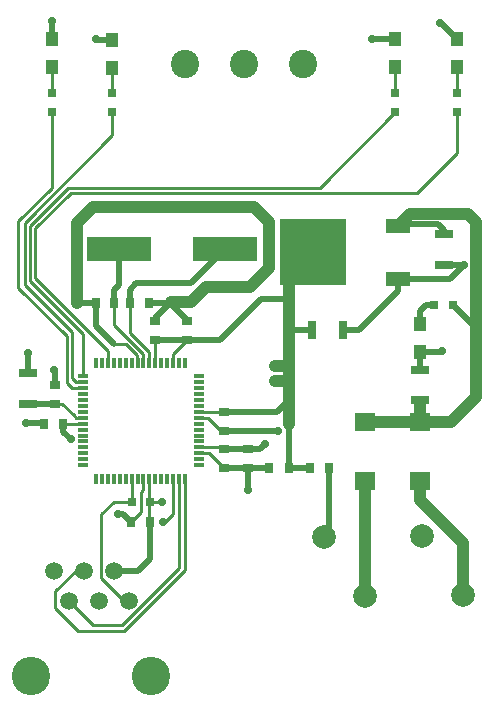
<source format=gtl>
%FSLAX44Y44*%
%MOMM*%
G71*
G01*
G75*
G04 Layer_Physical_Order=1*
G04 Layer_Color=13311*
%ADD10R,0.9000X0.8000*%
%ADD11R,0.8000X0.9000*%
%ADD12R,1.5000X0.8000*%
%ADD13R,0.8000X1.5000*%
%ADD14R,1.6800X1.5600*%
%ADD15R,0.7000X0.9500*%
%ADD16R,0.8000X0.8000*%
%ADD17R,0.8000X0.8000*%
%ADD18R,5.6000X5.6000*%
%ADD19R,2.0000X1.2000*%
%ADD20R,5.5000X2.0000*%
%ADD21R,0.8500X0.3000*%
%ADD22R,0.3000X0.8500*%
%ADD23R,1.1000X1.2500*%
%ADD24C,1.0000*%
%ADD25C,0.5080*%
%ADD26C,0.2540*%
%ADD27C,0.5000*%
%ADD28C,2.0000*%
%ADD29C,3.2500*%
%ADD30C,1.5000*%
%ADD31C,2.4000*%
%ADD32C,0.7000*%
%ADD33C,0.7100*%
D10*
X126500Y307000D02*
D03*
Y323000D02*
D03*
X185250Y246250D02*
D03*
Y230250D02*
D03*
X153500Y307000D02*
D03*
Y323000D02*
D03*
X185250Y198750D02*
D03*
Y214750D02*
D03*
X41750Y253250D02*
D03*
Y269250D02*
D03*
X205000Y198750D02*
D03*
Y214750D02*
D03*
D11*
X122250Y153000D02*
D03*
X106250D02*
D03*
X49000Y236250D02*
D03*
X33000D02*
D03*
X121250Y338500D02*
D03*
X105250D02*
D03*
X76250D02*
D03*
X92250D02*
D03*
X258000Y198750D02*
D03*
X274000D02*
D03*
D12*
X19250Y279250D02*
D03*
X19250Y253250D02*
D03*
X351000Y282000D02*
D03*
X351000Y256000D02*
D03*
X371000Y371000D02*
D03*
X371000Y397000D02*
D03*
D13*
X285500Y315750D02*
D03*
X259500Y315750D02*
D03*
D14*
X351000Y187750D02*
D03*
Y237750D02*
D03*
X304250Y187750D02*
D03*
Y237750D02*
D03*
D15*
X240000Y198750D02*
D03*
X223500D02*
D03*
D16*
X382270Y500000D02*
D03*
Y516000D02*
D03*
X330200Y500000D02*
D03*
Y516000D02*
D03*
X90170Y500000D02*
D03*
Y516000D02*
D03*
X39370Y500000D02*
D03*
Y516000D02*
D03*
D17*
X122750Y170250D02*
D03*
X106750D02*
D03*
X378500Y337000D02*
D03*
X362500D02*
D03*
D18*
X260250Y381250D02*
D03*
D19*
X332250Y403750D02*
D03*
Y358750D02*
D03*
D20*
X186250Y384500D02*
D03*
X96250D02*
D03*
D21*
X65300Y201260D02*
D03*
Y206260D02*
D03*
Y211260D02*
D03*
Y216260D02*
D03*
Y221260D02*
D03*
Y226260D02*
D03*
Y231260D02*
D03*
Y236260D02*
D03*
Y241260D02*
D03*
Y246260D02*
D03*
Y251260D02*
D03*
Y256260D02*
D03*
Y261260D02*
D03*
Y266260D02*
D03*
Y271260D02*
D03*
Y276260D02*
D03*
X163800D02*
D03*
Y271260D02*
D03*
Y266260D02*
D03*
Y261260D02*
D03*
Y256260D02*
D03*
Y251260D02*
D03*
Y246260D02*
D03*
Y241260D02*
D03*
Y236260D02*
D03*
Y231260D02*
D03*
Y226260D02*
D03*
Y221260D02*
D03*
Y216260D02*
D03*
Y211260D02*
D03*
Y206260D02*
D03*
Y201260D02*
D03*
D22*
X76800Y287760D02*
D03*
X81800Y287760D02*
D03*
X86800D02*
D03*
X91800D02*
D03*
X96800D02*
D03*
X101800D02*
D03*
X106800D02*
D03*
X111800D02*
D03*
X116800D02*
D03*
X121800D02*
D03*
X126800D02*
D03*
X131800D02*
D03*
X136800D02*
D03*
X141800D02*
D03*
X146800D02*
D03*
X151800D02*
D03*
X151800Y189760D02*
D03*
X146800D02*
D03*
X141800D02*
D03*
X136800D02*
D03*
X131800D02*
D03*
X126800D02*
D03*
X121800D02*
D03*
X116800D02*
D03*
X111800D02*
D03*
X106800D02*
D03*
X101800D02*
D03*
X96800D02*
D03*
X91800D02*
D03*
X86800D02*
D03*
X81800D02*
D03*
X76800D02*
D03*
D23*
X351000Y297250D02*
D03*
X351000Y320750D02*
D03*
X39370Y538160D02*
D03*
X39370Y561660D02*
D03*
X90170Y561280D02*
D03*
X90170Y537780D02*
D03*
X330200Y538160D02*
D03*
X330200Y561660D02*
D03*
X382270D02*
D03*
X382270Y538160D02*
D03*
D24*
X60250Y338750D02*
Y406000D01*
X74250Y420000D01*
X210500D01*
X223250Y407250D01*
Y368000D02*
Y407250D01*
X207000Y351750D02*
X223250Y368000D01*
X170000Y351750D02*
X207000D01*
X157500Y339250D02*
X170000Y351750D01*
X140250Y339250D02*
X157500D01*
X240000Y330500D02*
Y361000D01*
Y314500D02*
Y330500D01*
Y299250D02*
Y314500D01*
X228250Y285000D02*
X239000D01*
X240000Y284000D02*
Y299250D01*
X228250Y272750D02*
X239750D01*
X240000Y256500D02*
Y273000D01*
Y284000D01*
X304250Y90750D02*
Y187750D01*
Y90750D02*
X304750Y90250D01*
X351000Y171500D02*
X387500Y135000D01*
Y91000D02*
Y135000D01*
X351000Y171500D02*
Y187750D01*
X304250Y237750D02*
X351000D01*
Y252500D01*
Y237750D02*
X377250D01*
X398500Y259000D01*
X391500Y413750D02*
X398500Y406750D01*
X342250Y413750D02*
X391500D01*
X332250Y403750D02*
X342250Y413750D01*
X240000Y236250D02*
Y256500D01*
X398500Y259000D02*
Y318250D01*
Y406750D01*
D25*
X60250Y338750D02*
X60500Y338500D01*
X76250D01*
X139500D02*
X153500Y324500D01*
Y323000D02*
Y324500D01*
X229750Y246250D02*
X240000Y256500D01*
X185250Y246250D02*
X229750D01*
X240000Y361000D02*
X260250Y381250D01*
X126500Y307000D02*
X153500D01*
X241750Y315750D02*
X259500D01*
X185240Y246260D02*
X185250Y246250D01*
X185260Y246260D01*
X240000Y198750D02*
X258000D01*
X274000Y144500D02*
Y198750D01*
X17500Y236500D02*
X32750D01*
X41750Y269250D02*
Y281250D01*
X371250Y370750D02*
X388000D01*
X351000Y282000D02*
Y297250D01*
X369250D01*
X19250Y253250D02*
X41750D01*
X39370Y561660D02*
Y577130D01*
X76970Y561280D02*
X90170D01*
X368430Y575500D02*
X382270Y561660D01*
X310250Y562000D02*
X329860D01*
X99750Y159500D02*
X106250Y153000D01*
X95250Y159500D02*
X99750D01*
X19250Y279250D02*
Y295500D01*
X185250Y198750D02*
X205000D01*
X223500D01*
X205000Y180500D02*
Y198750D01*
X240000D02*
Y236250D01*
X185750Y229750D02*
X230750D01*
X215500Y214750D02*
X219750Y219000D01*
X205000Y214750D02*
X215500D01*
X185250D02*
X205000D01*
X76250Y319250D02*
Y338500D01*
Y319250D02*
X91750Y303750D01*
X126500Y325500D02*
X139500Y338500D01*
X121250D02*
X139500D01*
X96250Y353750D02*
Y384500D01*
X92250Y349750D02*
X96250Y353750D01*
X92250Y338500D02*
Y349750D01*
X105250Y338500D02*
Y349500D01*
X110750Y355000D01*
X156750D01*
X186250Y384500D01*
X49000Y229514D02*
Y236250D01*
Y229514D02*
X55503Y223011D01*
X332250Y358750D02*
X376000D01*
X388000Y370750D01*
X285500Y315750D02*
X299500D01*
X332250Y348500D01*
Y358750D01*
X378500Y337000D02*
X397250Y318250D01*
X398500D01*
X371000Y397000D02*
Y400250D01*
X332250Y403750D02*
X333750Y405250D01*
X366000D01*
X371000Y400250D01*
X351000Y320750D02*
Y331750D01*
X356250Y337000D01*
X362500D01*
X153500Y307000D02*
X181250D01*
X216000Y341750D01*
X239250D01*
D26*
X90170Y480499D02*
Y500000D01*
X16130Y406460D02*
X90170Y480499D01*
X16130Y353870D02*
Y406460D01*
X39370Y436120D02*
Y500000D01*
X11000Y407750D02*
X39370Y436120D01*
X11000Y351000D02*
Y407750D01*
X52790Y436040D02*
X266240D01*
X20670Y403920D02*
X52790Y436040D01*
X20670Y356830D02*
Y403920D01*
X55079Y431500D02*
X348500D01*
X25210Y401631D02*
X55079Y431500D01*
X25210Y359290D02*
Y401631D01*
X74300Y65500D02*
X98511D01*
X53390Y86410D02*
X74300Y65500D01*
X61540Y60960D02*
X100392D01*
X42000Y80500D02*
X61540Y60960D01*
X42000Y80500D02*
Y94500D01*
X59310Y111810D01*
X66090D01*
X80720Y105780D02*
X100090Y86410D01*
X104190D01*
X141800Y295300D02*
X153500Y307000D01*
X141800Y287760D02*
Y295300D01*
X126800Y287760D02*
Y306700D01*
X163800Y246260D02*
X185240D01*
X274000Y198750D02*
Y200500D01*
X182100Y230250D02*
X185250D01*
X171320Y241030D02*
X182100Y230250D01*
X163800Y241260D02*
X164030Y241030D01*
X171320D01*
X116800Y180300D02*
Y189760D01*
X114750Y178250D02*
X116800Y180300D01*
X106800Y170300D02*
Y189760D01*
X121800Y153450D02*
X122250Y153000D01*
X111570Y287990D02*
X111800Y287760D01*
X49010Y236260D02*
X65300D01*
X41750Y253250D02*
X48000D01*
X57780Y243470D01*
Y243405D02*
Y243470D01*
Y243405D02*
X59925Y241260D01*
X65300D01*
X76500Y561750D02*
X76970Y561280D01*
X367750Y575500D02*
X368430D01*
X329860Y562000D02*
X330200Y561660D01*
X39370Y516000D02*
Y538160D01*
X348500Y431500D02*
X382270Y465270D01*
Y500000D01*
X266240Y436040D02*
X330200Y500000D01*
X86800Y287760D02*
Y297700D01*
X25210Y359290D02*
X86800Y297700D01*
X20670Y356830D02*
X65300Y312200D01*
Y276260D02*
Y312200D01*
X56104Y266490D02*
X65070D01*
X65300Y266260D01*
X59696Y271490D02*
X65300D01*
Y271260D02*
Y271490D01*
X56250Y274935D02*
X59696Y271490D01*
X51710Y270883D02*
Y310290D01*
Y270883D02*
X56104Y266490D01*
X56250Y274935D02*
Y313750D01*
X16130Y353870D02*
X56250Y313750D01*
X11000Y351000D02*
X51710Y310290D01*
X90170Y516000D02*
Y537780D01*
X330200Y516000D02*
Y538160D01*
X382270Y516000D02*
Y538160D01*
X80720Y105780D02*
Y159470D01*
X91500Y170250D01*
X106750D01*
X100392Y60960D02*
X151800Y112368D01*
X98511Y65500D02*
X146800Y113789D01*
X151800Y112368D02*
Y189760D01*
X146800Y113789D02*
Y189760D01*
X122750Y170250D02*
X132500D01*
X19000Y295750D02*
X19250Y295500D01*
X141800Y159550D02*
Y189760D01*
X163800Y211260D02*
X172740D01*
X185250Y198750D01*
X163800Y216260D02*
X183740D01*
X185250Y214750D01*
X121800Y153450D02*
Y189760D01*
X106250Y153000D02*
X114750Y161500D01*
Y178250D01*
X135250Y153000D02*
X141800Y159550D01*
X133500Y153000D02*
X135250D01*
X185250Y230250D02*
X185750Y229750D01*
X126500Y323000D02*
Y325500D01*
X91750Y303750D02*
X101935D01*
X111570Y294115D01*
Y287990D02*
Y294115D01*
X92250Y320000D02*
Y338500D01*
Y320000D02*
X116800Y295450D01*
Y287760D02*
Y295450D01*
X105250Y313421D02*
Y338500D01*
Y313421D02*
X121570Y297101D01*
Y287990D02*
Y297101D01*
Y287990D02*
X121800Y287760D01*
D27*
X269750Y140250D02*
X274000Y144500D01*
X239500Y330000D02*
X240000Y330500D01*
X239500Y314000D02*
X240000Y314500D01*
X239500Y299750D02*
X240000Y299250D01*
X239000Y285000D02*
X240000Y284000D01*
X239750Y272750D02*
X240000Y273000D01*
X91490Y111810D02*
X112060D01*
X122250Y122000D01*
Y153000D01*
D28*
X387500Y91000D02*
D03*
X352500Y141000D02*
D03*
X269750Y140250D02*
D03*
X304750Y90250D02*
D03*
D29*
X123190Y22810D02*
D03*
X21590D02*
D03*
D30*
X66090Y111810D02*
D03*
X78790Y86410D02*
D03*
X53390D02*
D03*
X40690Y111810D02*
D03*
X91490D02*
D03*
X104190Y86410D02*
D03*
D31*
X151930Y541020D02*
D03*
X201930D02*
D03*
X251930D02*
D03*
D32*
X140250Y339250D02*
D03*
X60250Y338750D02*
D03*
X228250Y272750D02*
D03*
Y285000D02*
D03*
X17500Y236500D02*
D03*
X41500Y281500D02*
D03*
X388000Y370750D02*
D03*
X369500Y297500D02*
D03*
X39250Y577250D02*
D03*
X76500Y561750D02*
D03*
X367750Y575500D02*
D03*
X310250Y562000D02*
D03*
X132500Y170250D02*
D03*
X55503Y223011D02*
D03*
X19000Y295750D02*
D03*
X205000Y180500D02*
D03*
X133500Y153000D02*
D03*
X230750Y229750D02*
D03*
X219750Y219000D02*
D03*
D33*
X95250Y159500D02*
D03*
M02*

</source>
